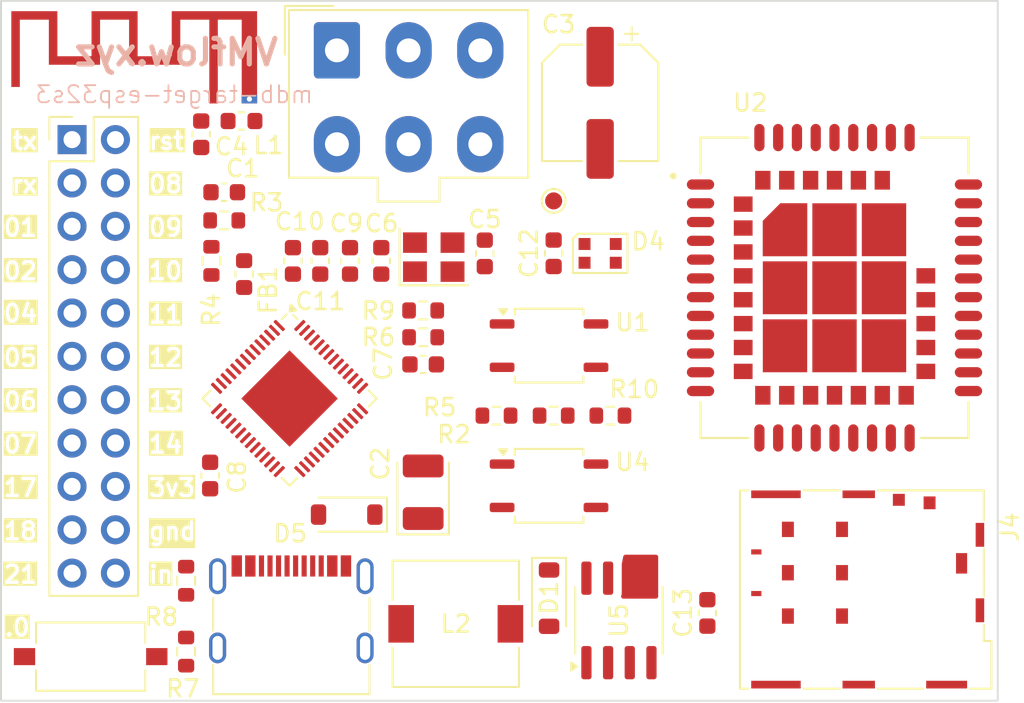
<source format=kicad_pcb>
(kicad_pcb (version 20241229) (generator "pcbnew") (generator_version "9.0")
  (layers (0 "F.Cu" signal) (2 "B.Cu" signal) (13 "F.Paste" user) (15 "B.Paste" user) (5 "F.SilkS" user "F.Silkscreen") (7 "B.SilkS" user "B.Silkscreen") (1 "F.Mask" user) (3 "B.Mask" user) (25 "Edge.Cuts" user))
  (net 0 "")
  (net 1 "Net-(AE1-A)")
  (net 2 "+3V3")
  (net 3 "GND")
  (net 4 "Net-(U3-LNA_IN{slash}RF)")
  (net 5 "Net-(U3-XTAL_N)")
  (net 6 "Net-(U3-XTAL_P)")
  (net 7 "/vin")
  (net 8 "Net-(D5-A)")
  (net 10 "/mdb_master_transmit")
  (net 11 "/mdb_communications_common")
  (net 12 "/mdb_master_receive")
  (net 15 "/usb+")
  (net 16 "/usb-")
  (net 17 "Net-(J2-CC1)")
  (net 18 "Net-(J2-CC2)")
  (net 20 "/io12")
  (net 21 "/io9")
  (net 22 "/io6")
  (net 23 "/io10")
  (net 24 "/io17")
  (net 25 "/u0txd")
  (net 26 "/io21")
  (net 27 "/io11")
  (net 28 "/io5")
  (net 29 "/boot")
  (net 30 "/u0rxd")
  (net 31 "/io8")
  (net 32 "/io14")
  (net 33 "/io18")
  (net 34 "/io4")
  (net 35 "/io7")
  (net 36 "/io13")
  (net 37 "/io1")
  (net 38 "/io2")
  (net 39 "Net-(R2-Pad2)")
  (net 40 "/reset")
  (net 41 "Net-(R5-Pad2)")
  (net 42 "Net-(U3-GPIO45)")
  (net 43 "Net-(U3-GPIO46)")
  (net 67 "VDD3P3")
  (net 68 "Net-(D1-K)")
  (net 72 "/sim_vdd")
  (net 87 "/sim_rst")
  (net 88 "/sim_data")
  (net 91 "VBAT")
  (net 115 "/sim_clk")
  (footprint "Capacitor_Tantalum_SMD:CP_EIA-3528-21_Kemet-B" (layer "F.Cu") (at 193.23 111.88 90)
    (property "Reference" "C2" (at 1.67 -2.51 90) (layer "F.SilkS"))
    (property "Value" "220uF" (hide yes))
    (pad "1" smd roundrect (at -1.54 0 90) (size 1.34 2.39) (layers "F.Cu" "F.Mask" "F.Paste") (roundrect_rratio 0.186567) (net 2 "+3V3"))
    (pad "2" smd roundrect (at 1.54 0 90) (size 1.34 2.39) (layers "F.Cu" "F.Mask" "F.Paste") (roundrect_rratio 0.186567) (net 3 "GND"))
  )
  (footprint "Inductor_SMD:L_7.3x7.3_H3.5" (layer "F.Cu") (at 195.141333 119.59 180)
    (property "Reference" "L2" (at 0 0 0) (layer "F.SilkS"))
    (property "Value" "100uH" (hide yes))
    (pad "1" smd rect (at -3.2 0 180) (size 1.5 2.2) (layers "F.Cu" "F.Mask" "F.Paste") (net 68 "Net-(D1-K)"))
    (pad "2" smd rect (at 3.2 0 180) (size 1.5 2.2) (layers "F.Cu" "F.Mask" "F.Paste") (net 2 "+3V3"))
  )
  (footprint "Resistor_SMD:R_0603_1608Metric" (layer "F.Cu") (at 179.342666 121.215 -90)
    (property "Reference" "R7" (at 2.175 0.193 0) (layer "F.SilkS"))
    (property "Value" "5.1k" (hide yes))
    (pad "1" smd roundrect (at -0.825 0 270) (size 0.8 0.95) (layers "F.Cu" "F.Mask" "F.Paste") (net 18 "Net-(J2-CC2)"))
    (pad "2" smd roundrect (at 0.825 0 270) (size 0.8 0.95) (layers "F.Cu" "F.Mask" "F.Paste") (net 3 "GND"))
  )
  (footprint "Connector_JAE:JAE_SIM_Card_SF72S006" (layer "F.Cu") (at 217.06 116.595 90)
    (property "Reference" "J4" (at 2.667 10.541 90) (layer "F.SilkS"))
    (property "Value" "JAE_SIM_Card_SF72S006" (hide yes))
    (pad "C1" smd rect (at -2.54 -2.46 270) (size 0.9 0.7) (layers "F.Cu" "F.Mask" "F.Paste") (net 72 "/sim_vdd"))
    (pad "C2" smd rect (at 0 -2.46 270) (size 0.9 0.7) (layers "F.Cu" "F.Mask" "F.Paste") (net 87 "/sim_rst"))
    (pad "C3" smd rect (at 2.54 -2.46 270) (size 0.9 0.7) (layers "F.Cu" "F.Mask" "F.Paste") (net 115 "/sim_clk"))
    (pad "C5" smd rect (at -2.54 0.71 270) (size 0.9 0.7) (layers "F.Cu" "F.Mask" "F.Paste") (net 3 "GND"))
    (pad "C6" smd rect (at 0 0.71 270) (size 0.9 0.7) (layers "F.Cu" "F.Mask" "F.Paste"))
    (pad "C7" smd rect (at 2.54 0.71 270) (size 0.9 0.7) (layers "F.Cu" "F.Mask" "F.Paste") (net 88 "/sim_data"))
    (pad "CSW" smd rect (at 4.27 4.04 270) (size 0.7 0.7) (layers "F.Cu" "F.Mask" "F.Paste"))
    (pad "DSW" smd rect (at 0.55 7.715 270) (size 1.2 0.65) (layers "F.Cu" "F.Mask" "F.Paste"))
    (pad "SH" smd rect (at -6.555 -3.16 270) (size 0.45 2.9) (layers "F.Cu" "F.Mask" "F.Paste") (net 3 "GND"))
    (pad "SH" smd rect (at -6.555 1.69 270) (size 0.45 1.9) (layers "F.Cu" "F.Mask" "F.Paste") (net 3 "GND"))
    (pad "SH" smd rect (at -6.555 6.84 270) (size 0.45 2.4) (layers "F.Cu" "F.Mask" "F.Paste") (net 3 "GND"))
    (pad "SH" smd rect (at -2.2 8.79 270) (size 1.4 0.5) (layers "F.Cu" "F.Mask" "F.Paste") (net 3 "GND"))
    (pad "SH" smd rect (at -1.22 -4.31 270) (size 0.3 0.6) (layers "F.Cu" "F.Mask" "F.Paste") (net 3 "GND"))
    (pad "SH" smd rect (at 1.22 -4.31 270) (size 0.3 0.6) (layers "F.Cu" "F.Mask" "F.Paste") (net 3 "GND"))
    (pad "SH" smd rect (at 2.22 8.79 270) (size 1.4 0.5) (layers "F.Cu" "F.Mask" "F.Paste") (net 3 "GND"))
    (pad "SH" smd rect (at 4.095 5.84 270) (size 0.75 0.7) (layers "F.Cu" "F.Mask" "F.Paste") (net 3 "GND"))
    (pad "SH" smd rect (at 4.595 -3.16 270) (size 0.45 2.9) (layers "F.Cu" "F.Mask" "F.Paste") (net 3 "GND"))
    (pad "SH" smd rect (at 4.595 1.69 270) (size 0.45 1.9) (layers "F.Cu" "F.Mask" "F.Paste") (net 3 "GND"))
  )
  (footprint "Connector_USB:USB_C_Receptacle_G-Switch_GT-USB-7010ASV" (layer "F.Cu") (at 185.506999 119.925)
    (property "Reference" "J2" (hide yes))
    (property "Value" "USB_C_Receptacle_USB2.0_16P" (hide yes))
    (pad "" np_thru_hole circle (at -2.89 -2.605) (size 0.65 0.65) (drill 0.65) (layers "*.Cu" "*.Mask"))
    (pad "" np_thru_hole circle (at 2.89 -2.605) (size 0.65 0.65) (drill 0.65) (layers "*.Cu" "*.Mask"))
    (pad "A1" smd rect (at -3.2 -3.725) (size 0.6 1.24) (layers "F.Cu" "F.Mask" "F.Paste") (net 3 "GND"))
    (pad "A4" smd rect (at -2.4 -3.725) (size 0.6 1.24) (layers "F.Cu" "F.Mask" "F.Paste") (net 8 "Net-(D5-A)"))
    (pad "A5" smd rect (at -1.25 -3.725) (size 0.3 1.24) (layers "F.Cu" "F.Mask" "F.Paste") (net 17 "Net-(J2-CC1)"))
    (pad "A6" smd rect (at -0.25 -3.725) (size 0.3 1.24) (layers "F.Cu" "F.Mask" "F.Paste") (net 15 "/usb+"))
    (pad "A7" smd rect (at 0.25 -3.725) (size 0.3 1.24) (layers "F.Cu" "F.Mask" "F.Paste") (net 16 "/usb-"))
    (pad "A8" smd rect (at 1.25 -3.725) (size 0.3 1.24) (layers "F.Cu" "F.Mask" "F.Paste"))
    (pad "A9" smd rect (at 2.4 -3.725) (size 0.6 1.24) (layers "F.Cu" "F.Mask" "F.Paste") (net 8 "Net-(D5-A)"))
    (pad "A12" smd rect (at 3.2 -3.725) (size 0.6 1.24) (layers "F.Cu" "F.Mask" "F.Paste") (net 3 "GND"))
    (pad "B1" smd rect (at 3.2 -3.725) (size 0.6 1.24) (layers "F.Cu" "F.Mask" "F.Paste") (net 3 "GND"))
    (pad "B4" smd rect (at 2.4 -3.725) (size 0.6 1.24) (layers "F.Cu" "F.Mask" "F.Paste") (net 8 "Net-(D5-A)"))
    (pad "B5" smd rect (at 1.75 -3.725) (size 0.3 1.24) (layers "F.Cu" "F.Mask" "F.Paste") (net 18 "Net-(J2-CC2)"))
    (pad "B6" smd rect (at 0.75 -3.725) (size 0.3 1.24) (layers "F.Cu" "F.Mask" "F.Paste") (net 15 "/usb+"))
    (pad "B7" smd rect (at -0.75 -3.725) (size 0.3 1.24) (layers "F.Cu" "F.Mask" "F.Paste") (net 16 "/usb-"))
    (pad "B8" smd rect (at -1.75 -3.725) (size 0.3 1.24) (layers "F.Cu" "F.Mask" "F.Paste"))
    (pad "B9" smd rect (at -2.4 -3.725) (size 0.6 1.24) (layers "F.Cu" "F.Mask" "F.Paste") (net 8 "Net-(D5-A)"))
    (pad "B12" smd rect (at -3.2 -3.725) (size 0.6 1.24) (layers "F.Cu" "F.Mask" "F.Paste") (net 3 "GND"))
    (pad "S1" thru_hole oval (at -4.32 -3.125) (size 1 2.1) (drill oval 0.6 1.7) (layers "*.Cu" "*.Mask") (net 3 "GND"))
    (pad "S1" thru_hole oval (at -4.32 1.075) (size 1 1.8) (drill oval 0.6 1.4) (layers "*.Cu" "*.Mask") (net 3 "GND"))
    (pad "S1" thru_hole oval (at 4.32 -3.125) (size 1 2.1) (drill oval 0.6 1.7) (layers "*.Cu" "*.Mask") (net 3 "GND"))
    (pad "S1" thru_hole oval (at 4.32 1.075) (size 1 1.8) (drill oval 0.6 1.4) (layers "*.Cu" "*.Mask") (net 3 "GND"))
  )
  (footprint "Capacitor_SMD:C_0603_1608Metric" (layer "F.Cu") (at 185.6 98.325 -90)
    (property "Reference" "C10" (at -2.305 -0.4 180) (layer "F.SilkS"))
    (property "Value" "0.1uF" (hide yes))
    (pad "1" smd roundrect (at -0.775 0 270) (size 0.9 0.95) (layers "F.Cu" "F.Mask" "F.Paste") (net 3 "GND"))
    (pad "2" smd roundrect (at 0.775 0 270) (size 0.9 0.95) (layers "F.Cu" "F.Mask" "F.Paste") (net 2 "+3V3"))
  )
  (footprint "Package_DFN_QFN:QFN-56-1EP_7x7mm_P0.4mm_EP4x4mm" (layer "F.Cu") (at 185.402004 106.39 -45)
    (property "Reference" "U3" (hide yes))
    (property "Value" "ESP32-S3FH4R2" (hide yes))
    (pad "1" smd roundrect (at -3.45 -2.6 315) (size 0.8 0.2) (layers "F.Cu" "F.Mask" "F.Paste") (net 4 "Net-(U3-LNA_IN{slash}RF)"))
    (pad "2" smd roundrect (at -3.449999 -2.2 315) (size 0.8 0.2) (layers "F.Cu" "F.Mask" "F.Paste") (net 67 "VDD3P3"))
    (pad "3" smd roundrect (at -3.45 -1.8 315) (size 0.8 0.2) (layers "F.Cu" "F.Mask" "F.Paste") (net 67 "VDD3P3"))
    (pad "4" smd roundrect (at -3.45 -1.4 315) (size 0.8 0.2) (layers "F.Cu" "F.Mask" "F.Paste") (net 40 "/reset"))
    (pad "5" smd roundrect (at -3.45 -1 315) (size 0.8 0.2) (layers "F.Cu" "F.Mask" "F.Paste") (net 29 "/boot"))
    (pad "6" smd roundrect (at -3.449999 -0.6 315) (size 0.8 0.2) (layers "F.Cu" "F.Mask" "F.Paste") (net 37 "/io1"))
    (pad "7" smd roundrect (at -3.45 -0.2 315) (size 0.8 0.2) (layers "F.Cu" "F.Mask" "F.Paste") (net 38 "/io2"))
    (pad "8" smd roundrect (at -3.45 0.2 315) (size 0.8 0.2) (layers "F.Cu" "F.Mask" "F.Paste"))
    (pad "9" smd roundrect (at -3.449999 0.6 315) (size 0.8 0.2) (layers "F.Cu" "F.Mask" "F.Paste") (net 34 "/io4"))
    (pad "10" smd roundrect (at -3.45 1 315) (size 0.8 0.2) (layers "F.Cu" "F.Mask" "F.Paste") (net 28 "/io5"))
    (pad "11" smd roundrect (at -3.45 1.4 315) (size 0.8 0.2) (layers "F.Cu" "F.Mask" "F.Paste") (net 22 "/io6"))
    (pad "12" smd roundrect (at -3.45 1.8 315) (size 0.8 0.2) (layers "F.Cu" "F.Mask" "F.Paste") (net 35 "/io7"))
    (pad "13" smd roundrect (at -3.449999 2.2 315) (size 0.8 0.2) (layers "F.Cu" "F.Mask" "F.Paste") (net 31 "/io8"))
    (pad "14" smd roundrect (at -3.45 2.6 315) (size 0.8 0.2) (layers "F.Cu" "F.Mask" "F.Paste") (net 21 "/io9"))
    (pad "15" smd roundrect (at -2.6 3.45 315) (size 0.2 0.8) (layers "F.Cu" "F.Mask" "F.Paste") (net 23 "/io10"))
    (pad "16" smd roundrect (at -2.2 3.449999 315) (size 0.2 0.8) (layers "F.Cu" "F.Mask" "F.Paste") (net 27 "/io11"))
    (pad "17" smd roundrect (at -1.8 3.45 315) (size 0.2 0.8) (layers "F.Cu" "F.Mask" "F.Paste") (net 20 "/io12"))
    (pad "18" smd roundrect (at -1.4 3.45 315) (size 0.2 0.8) (layers "F.Cu" "F.Mask" "F.Paste") (net 36 "/io13"))
    (pad "19" smd roundrect (at -1 3.45 315) (size 0.2 0.8) (layers "F.Cu" "F.Mask" "F.Paste") (net 32 "/io14"))
    (pad "20" smd roundrect (at -0.6 3.449999 315) (size 0.2 0.8) (layers "F.Cu" "F.Mask" "F.Paste") (net 2 "+3V3"))
    (pad "21" smd roundrect (at -0.2 3.45 315) (size 0.2 0.8) (layers "F.Cu" "F.Mask" "F.Paste"))
    (pad "22" smd roundrect (at 0.2 3.45 315) (size 0.2 0.8) (layers "F.Cu" "F.Mask" "F.Paste"))
    (pad "23" smd roundrect (at 0.6 3.449999 315) (size 0.2 0.8) (layers "F.Cu" "F.Mask" "F.Paste") (net 24 "/io17"))
    (pad "24" smd roundrect (at 1 3.45 315) (size 0.2 0.8) (layers "F.Cu" "F.Mask" "F.Paste") (net 33 "/io18"))
    (pad "25" smd roundrect (at 1.4 3.45 315) (size 0.2 0.8) (layers "F.Cu" "F.Mask" "F.Paste") (net 16 "/usb-"))
    (pad "26" smd roundrect (at 1.8 3.45 315) (size 0.2 0.8) (layers "F.Cu" "F.Mask" "F.Paste") (net 15 "/usb+"))
    (pad "27" smd roundrect (at 2.2 3.449999 315) (size 0.2 0.8) (layers "F.Cu" "F.Mask" "F.Paste") (net 26 "/io21"))
    (pad "28" smd roundrect (at 2.6 3.45 315) (size 0.2 0.8) (layers "F.Cu" "F.Mask" "F.Paste"))
    (pad "29" smd roundrect (at 3.45 2.6 315) (size 0.8 0.2) (layers "F.Cu" "F.Mask" "F.Paste"))
    (pad "30" smd roundrect (at 3.449999 2.2 315) (size 0.8 0.2) (layers "F.Cu" "F.Mask" "F.Paste"))
    (pad "31" smd roundrect (at 3.45 1.8 315) (size 0.8 0.2) (layers "F.Cu" "F.Mask" "F.Paste"))
    (pad "32" smd roundrect (at 3.45 1.4 315) (size 0.8 0.2) (layers "F.Cu" "F.Mask" "F.Paste"))
    (pad "33" smd roundrect (at 3.45 1 315) (size 0.8 0.2) (layers "F.Cu" "F.Mask" "F.Paste"))
    (pad "34" smd roundrect (at 3.449999 0.6 315) (size 0.8 0.2) (layers "F.Cu" "F.Mask" "F.Paste"))
    (pad "35" smd roundrect (at 3.45 0.2 315) (size 0.8 0.2) (layers "F.Cu" "F.Mask" "F.Paste"))
    (pad "36" smd roundrect (at 3.45 -0.2 315) (size 0.8 0.2) (layers "F.Cu" "F.Mask" "F.Paste"))
    (pad "37" smd roundrect (at 3.449999 -0.6 315) (size 0.8 0.2) (layers "F.Cu" "F.Mask" "F.Paste"))
    (pad "38" smd roundrect (at 3.45 -1 315) (size 0.8 0.2) (layers "F.Cu" "F.Mask" "F.Paste"))
    (pad "39" smd roundrect (at 3.45 -1.4 315) (size 0.8 0.2) (layers "F.Cu" "F.Mask" "F.Paste"))
    (pad "40" smd roundrect (at 3.45 -1.8 315) (size 0.8 0.2) (layers "F.Cu" "F.Mask" "F.Paste"))
    (pad "41" smd roundrect (at 3.449999 -2.2 315) (size 0.8 0.2) (layers "F.Cu" "F.Mask" "F.Paste"))
    (pad "42" smd roundrect (at 3.45 -2.6 315) (size 0.8 0.2) (layers "F.Cu" "F.Mask" "F.Paste"))
    (pad "43" smd roundrect (at 2.6 -3.45 315) (size 0.2 0.8) (layers "F.Cu" "F.Mask" "F.Paste"))
    (pad "44" smd roundrect (at 2.2 -3.449999 315) (size 0.2 0.8) (layers "F.Cu" "F.Mask" "F.Paste"))
    (pad "45" smd roundrect (at 1.8 -3.45 315) (size 0.2 0.8) (layers "F.Cu" "F.Mask" "F.Paste"))
    (pad "46" smd roundrect (at 1.4 -3.45 315) (size 0.2 0.8) (layers "F.Cu" "F.Mask" "F.Paste") (net 2 "+3V3"))
    (pad "47" smd roundrect (at 1 -3.45 315) (size 0.2 0.8) (layers "F.Cu" "F.Mask" "F.Paste"))
    (pad "48" smd roundrect (at 0.6 -3.449999 315) (size 0.2 0.8) (layers "F.Cu" "F.Mask" "F.Paste"))
    (pad "49" smd roundrect (at 0.2 -3.45 315) (size 0.2 0.8) (layers "F.Cu" "F.Mask" "F.Paste") (net 25 "/u0txd"))
    (pad "50" smd roundrect (at -0.2 -3.45 315) (size 0.2 0.8) (layers "F.Cu" "F.Mask" "F.Paste") (net 30 "/u0rxd"))
    (pad "51" smd roundrect (at -0.6 -3.449999 315) (size 0.2 0.8) (layers "F.Cu" "F.Mask" "F.Paste") (net 42 "Net-(U3-GPIO45)"))
    (pad "52" smd roundrect (at -1 -3.45 315) (size 0.2 0.8) (layers "F.Cu" "F.Mask" "F.Paste") (net 43 "Net-(U3-GPIO46)"))
    (pad "53" smd roundrect (at -1.4 -3.45 315) (size 0.2 0.8) (layers "F.Cu" "F.Mask" "F.Paste") (net 5 "Net-(U3-XTAL_N)"))
    (pad "54" smd roundrect (at -1.8 -3.45 315) (size 0.2 0.8) (layers "F.Cu" "F.Mask" "F.Paste") (net 6 "Net-(U3-XTAL_P)"))
    (pad "55" smd roundrect (at -2.2 -3.449999 315) (size 0.2 0.8) (layers "F.Cu" "F.Mask" "F.Paste") (net 2 "+3V3"))
    (pad "56" smd roundrect (at -2.6 -3.45 315) (size 0.2 0.8) (layers "F.Cu" "F.Mask" "F.Paste") (net 2 "+3V3"))
    (pad "57" smd rect (at 0 0 315) (size 4 4) (property pad_prop_heatsink) (layers "F.Cu" "F.Mask") (net 3 "GND"))
  )
  (footprint "SIM7080G:XCVR_SIM7080G" (layer "F.Cu") (at 217.33 99.9)
    (property "Reference" "U2" (at -4.935 -10.84 0) (layer "F.SilkS"))
    (property "Value" "SIM7080G")
    (pad "1" smd oval (at -7.85 -6.05) (size 1.6 0.6) (layers "F.Cu" "F.Mask"))
    (pad "2" smd oval (at -7.85 -4.95) (size 1.6 0.6) (layers "F.Cu" "F.Mask"))
    (pad "3" smd oval (at -7.85 -3.85) (size 1.6 0.6) (layers "F.Cu" "F.Mask"))
    (pad "4" smd oval (at -7.85 -2.75) (size 1.6 0.6) (layers "F.Cu" "F.Mask"))
    (pad "5" smd oval (at -7.85 -1.65) (size 1.6 0.6) (layers "F.Cu" "F.Mask"))
    (pad "6" smd oval (at -7.85 -0.55) (size 1.6 0.6) (layers "F.Cu" "F.Mask"))
    (pad "7" smd oval (at -7.85 0.55) (size 1.6 0.6) (layers "F.Cu" "F.Mask"))
    (pad "8" smd oval (at -7.85 1.65) (size 1.6 0.6) (layers "F.Cu" "F.Mask") (net 3 "GND"))
    (pad "9" smd oval (at -7.85 2.75) (size 1.6 0.6) (layers "F.Cu" "F.Mask"))
    (pad "10" smd oval (at -7.85 3.85) (size 1.6 0.6) (layers "F.Cu" "F.Mask"))
    (pad "11" smd oval (at -7.85 4.95) (size 1.6 0.6) (layers "F.Cu" "F.Mask"))
    (pad "12" smd oval (at -7.85 6.05) (size 1.6 0.6) (layers "F.Cu" "F.Mask"))
    (pad "13" smd oval (at -4.4 8.8) (size 0.6 1.6) (layers "F.Cu" "F.Mask") (net 3 "GND"))
    (pad "14" smd oval (at -3.3 8.8) (size 0.6 1.6) (layers "F.Cu" "F.Mask"))
    (pad "15" smd oval (at -2.2 8.8) (size 0.6 1.6) (layers "F.Cu" "F.Mask") (net 88 "/sim_data"))
    (pad "16" smd oval (at -1.1 8.8) (size 0.6 1.6) (layers "F.Cu" "F.Mask") (net 115 "/sim_clk"))
    (pad "17" smd oval (at 0 8.8) (size 0.6 1.6) (layers "F.Cu" "F.Mask") (net 87 "/sim_rst"))
    (pad "18" smd oval (at 1.1 8.8) (size 0.6 1.6) (layers "F.Cu" "F.Mask") (net 72 "/sim_vdd"))
    (pad "19" smd oval (at 2.2 8.8) (size 0.6 1.6) (layers "F.Cu" "F.Mask") (net 3 "GND"))
    (pad "20" smd oval (at 3.3 8.8) (size 0.6 1.6) (layers "F.Cu" "F.Mask"))
    (pad "21" smd oval (at 4.4 8.8) (size 0.6 1.6) (layers "F.Cu" "F.Mask") (net 3 "GND"))
    (pad "22" smd oval (at 7.85 6.05) (size 1.6 0.6) (layers "F.Cu" "F.Mask"))
    (pad "23" smd oval (at 7.85 4.95) (size 1.6 0.6) (layers "F.Cu" "F.Mask"))
    (pad "24" smd oval (at 7.85 3.85) (size 1.6 0.6) (layers "F.Cu" "F.Mask"))
    (pad "25" smd oval (at 7.85 2.75) (size 1.6 0.6) (layers "F.Cu" "F.Mask"))
    (pad "26" smd oval (at 7.85 1.65) (size 1.6 0.6) (layers "F.Cu" "F.Mask"))
    (pad "27" smd oval (at 7.85 0.55) (size 1.6 0.6) (layers "F.Cu" "F.Mask") (net 3 "GND"))
    (pad "28" smd oval (at 7.85 -0.55) (size 1.6 0.6) (layers "F.Cu" "F.Mask"))
    (pad "29" smd oval (at 7.85 -1.65) (size 1.6 0.6) (layers "F.Cu" "F.Mask"))
    (pad "30" smd oval (at 7.85 -2.75) (size 1.6 0.6) (layers "F.Cu" "F.Mask") (net 3 "GND"))
    (pad "31" smd oval (at 7.85 -3.85) (size 1.6 0.6) (layers "F.Cu" "F.Mask") (net 3 "GND"))
    (pad "32" smd oval (at 7.85 -4.95) (size 1.6 0.6) (layers "F.Cu" "F.Mask"))
    (pad "33" smd oval (at 7.85 -6.05) (size 1.6 0.6) (layers "F.Cu" "F.Mask") (net 3 "GND"))
    (pad "34" smd oval (at 4.4 -8.8) (size 0.6 1.6) (layers "F.Cu" "F.Mask") (net 91 "VBAT"))
    (pad "35" smd oval (at 3.3 -8.8) (size 0.6 1.6) (layers "F.Cu" "F.Mask") (net 91 "VBAT"))
    (pad "36" smd oval (at 2.2 -8.8) (size 0.6 1.6) (layers "F.Cu" "F.Mask") (net 3 "GND"))
    (pad "37" smd oval (at 1.1 -8.8) (size 0.6 1.6) (layers "F.Cu" "F.Mask") (net 3 "GND"))
    (pad "38" smd oval (at 0 -8.8) (size 0.6 1.6) (layers "F.Cu" "F.Mask"))
    (pad "39" smd oval (at -1.1 -8.8) (size 0.6 1.6) (layers "F.Cu" "F.Mask"))
    (pad "40" smd oval (at -2.2 -8.8) (size 0.6 1.6) (layers "F.Cu" "F.Mask"))
    (pad "41" smd oval (at -3.3 -8.8) (size 0.6 1.6) (layers "F.Cu" "F.Mask"))
    (pad "42" smd oval (at -4.4 -8.8) (size 0.6 1.6) (layers "F.Cu" "F.Mask"))
    (pad "43" smd rect (at -5.35 -4.9) (size 1.1 0.9) (layers "F.Cu" "F.Mask"))
    (pad "44" smd rect (at -5.35 -3.5) (size 1.1 0.9) (layers "F.Cu" "F.Mask"))
    (pad "45" smd rect (at -5.35 -2.1) (size 1.1 0.9) (layers "F.Cu" "F.Mask") (net 3 "GND"))
    (pad "46" smd rect (at -5.35 -0.7) (size 1.1 0.9) (layers "F.Cu" "F.Mask"))
    (pad "47" smd rect (at -5.35 0.7) (size 1.1 0.9) (layers "F.Cu" "F.Mask"))
    (pad "48" smd rect (at -5.35 2.1) (size 1.1 0.9) (layers "F.Cu" "F.Mask"))
    (pad "49" smd rect (at -5.35 3.5) (size 1.1 0.9) (layers "F.Cu" "F.Mask"))
    (pad "50" smd rect (at -5.35 4.9) (size 1.1 0.9) (layers "F.Cu" "F.Mask"))
    (pad "51" smd rect (at -4.2 6.3) (size 0.9 1.1) (layers "F.Cu" "F.Mask"))
    (pad "52" smd rect (at -2.8 6.3) (size 0.9 1.1) (layers "F.Cu" "F.Mask"))
    (pad "53" smd rect (at -1.4 6.3) (size 0.9 1.1) (layers "F.Cu" "F.Mask"))
    (pad "54" smd rect (at 0 6.3) (size 0.9 1.1) (layers "F.Cu" "F.Mask"))
    (pad "55" smd rect (at 1.4 6.3) (size 0.9 1.1) (layers "F.Cu" "F.Mask"))
    (pad "56" smd rect (at 2.8 6.3) (size 0.9 1.1) (layers "F.Cu" "F.Mask"))
    (pad "57" smd rect (at 4.2 6.3) (size 0.9 1.1) (layers "F.Cu" "F.Mask"))
    (pad "58" smd rect (at 5.35 4.9) (size 1.1 0.9) (layers "F.Cu" "F.Mask"))
    (pad "59" smd rect (at 5.35 3.5) (size 1.1 0.9) (layers "F.Cu" "F.Mask"))
    (pad "60" smd rect (at 5.35 2.1) (size 1.1 0.9) (layers "F.Cu" "F.Mask"))
    (pad "61" smd rect (at 5.35 0.7) (size 1.1 0.9) (layers "F.Cu" "F.Mask"))
    (pad "62" smd rect (at 5.35 -0.7) (size 1.1 0.9) (layers "F.Cu" "F.Mask"))
    (pad "63" smd rect (at 2.8 -6.3) (size 0.9 1.1) (layers "F.Cu" "F.Mask") (net 3 "GND"))
    (pad "64" smd rect (at 1.4 -6.3) (size 0.9 1.1) (layers "F.Cu" "F.Mask"))
    (pad "65" smd rect (at 0 -6.3) (size 0.9 1.1) (layers "F.Cu" "F.Mask"))
    (pad "66" smd rect (at -1.4 -6.3) (size 0.9 1.1) (layers "F.Cu" "F.Mask") (net 3 "GND"))
    (pad "67" smd rect (at -2.8 -6.3) (size 0.9 1.1) (layers "F.Cu" "F.Mask") (net 3 "GND"))
    (pad "68" smd rect (at -4.2 -6.3) (size 0.9 1.1) (layers "F.Cu" "F.Mask"))
    (pad "69" smd custom (at -2.9 -3.4) (size 1 1) (layers "F.Cu") (net 3 "GND") (options (clearance outline) (anchor rect)) (primitives (gr_poly (pts (xy 1.3 1.55) (xy -1.3 1.55) (xy -1.3 -0.52) (xy -0.27 -1.55) (xy 1.3 -1.55)) (width 0.01) (fill yes))))
    (pad "70" smd rect (at -2.9 0) (size 2.6 3.1) (layers "F.Cu" "F.Mask") (net 3 "GND"))
    (pad "71" smd rect (at -2.9 3.4) (size 2.6 3.1) (layers "F.Cu" "F.Mask") (net 3 "GND"))
    (pad "72" smd rect (at 0 3.4) (size 2.6 3.1) (layers "F.Cu" "F.Mask") (net 3 "GND"))
    (pad "73" smd rect (at 2.9 3.4) (size 2.6 3.1) (layers "F.Cu" "F.Mask") (net 3 "GND"))
    (pad "74" smd rect (at 2.9 0) (size 2.6 3.1) (layers "F.Cu" "F.Mask") (net 3 "GND"))
    (pad "75" smd rect (at 2.9 -3.4) (size 2.6 3.1) (layers "F.Cu" "F.Mask") (net 3 "GND"))
    (pad "76" smd rect (at 0 -3.4) (size 2.6 3.1) (layers "F.Cu" "F.Mask") (net 3 "GND"))
    (pad "77" smd rect (at 0 0) (size 2.6 3.1) (layers "F.Cu" "F.Mask") (net 3 "GND"))
    (zone (net 0) (net_name "") (layer "F.Cu") (connect_pads (clearance 0)) (min_thickness 0.01)
      (keepout (tracks not_allowed) (vias not_allowed) (pads not_allowed) (copperpour not_allowed) (footprints allowed))
      (fill (thermal_gap 0.508) (thermal_bridge_width 0.508))
      (polygon (pts (xy 221.98 92.3) (xy 224.13 92.3) (xy 224.13 97.6) (xy 221.98 97.6)))
    )
  )
  (footprint "Capacitor_SMD:C_0603_1608Metric" (layer "F.Cu") (at 180.75 110.9 90)
    (property "Reference" "C8" (at -0.09 1.575 90) (layer "F.SilkS"))
    (property "Value" "0.1uF" (hide yes))
    (pad "1" smd roundrect (at -0.775 0 90) (size 0.9 0.95) (layers "F.Cu" "F.Mask" "F.Paste") (net 3 "GND"))
    (pad "2" smd roundrect (at 0.775 0 90) (size 0.9 0.95) (layers "F.Cu" "F.Mask" "F.Paste") (net 2 "+3V3"))
  )
  (footprint "Resistor_SMD:R_0603_1608Metric" (layer "F.Cu") (at 197.525 107.39)
    (property "Reference" "R5" (at -3.33 -0.48 0) (layer "F.SilkS"))
    (property "Value" "470ohm" (hide yes))
    (pad "1" smd roundrect (at -0.825 0) (size 0.8 0.95) (layers "F.Cu" "F.Mask" "F.Paste") (net 2 "+3V3"))
    (pad "2" smd roundrect (at 0.825 0) (size 0.8 0.95) (layers "F.Cu" "F.Mask" "F.Paste") (net 41 "Net-(R5-Pad2)"))
  )
  (footprint "Capacitor_SMD:C_0603_1608Metric" (layer "F.Cu") (at 187.2 98.325 -90)
    (property "Reference" "C11" (at 2.365 0 180) (layer "F.SilkS"))
    (property "Value" "10uF" (hide yes))
    (pad "1" smd roundrect (at -0.775 0 270) (size 0.9 0.95) (layers "F.Cu" "F.Mask" "F.Paste") (net 3 "GND"))
    (pad "2" smd roundrect (at 0.775 0 270) (size 0.9 0.95) (layers "F.Cu" "F.Mask" "F.Paste") (net 2 "+3V3"))
  )
  (footprint "Capacitor_SMD:C_0603_1608Metric" (layer "F.Cu") (at 193.23 104.39 180)
    (property "Reference" "C7" (at 2.35 0.02 90) (layer "F.SilkS"))
    (property "Value" "0.1uF" (hide yes))
    (pad "1" smd roundrect (at -0.775 0 180) (size 0.9 0.95) (layers "F.Cu" "F.Mask" "F.Paste") (net 3 "GND"))
    (pad "2" smd roundrect (at 0.775 0 180) (size 0.9 0.95) (layers "F.Cu" "F.Mask" "F.Paste") (net 2 "+3V3"))
  )
  (footprint "Capacitor_SMD:C_0603_1608Metric" (layer "F.Cu") (at 188.944375 98.325 -90)
    (property "Reference" "C9" (at -2.205 0.214375 180) (layer "F.SilkS"))
    (property "Value" "1uF" (hide yes))
    (pad "1" smd roundrect (at -0.775 0 270) (size 0.9 0.95) (layers "F.Cu" "F.Mask" "F.Paste") (net 3 "GND"))
    (pad "2" smd roundrect (at 0.775 0 270) (size 0.9 0.95) (layers "F.Cu" "F.Mask" "F.Paste") (net 2 "+3V3"))
  )
  (footprint "Resistor_SMD:R_0603_1608Metric" (layer "F.Cu") (at 181.575 95.9525 180)
    (property "Reference" "R3" (at -2.475 1.0425 0) (layer "F.SilkS"))
    (property "Value" "10k" (hide yes))
    (pad "1" smd roundrect (at -0.825 0 180) (size 0.8 0.95) (layers "F.Cu" "F.Mask" "F.Paste") (net 2 "+3V3"))
    (pad "2" smd roundrect (at 0.825 0 180) (size 0.8 0.95) (layers "F.Cu" "F.Mask" "F.Paste") (net 40 "/reset"))
  )
  (footprint "Capacitor_SMD:C_0603_1608Metric" (layer "F.Cu") (at 180.225 90.905 -90)
    (property "Reference" "C4" (at 0.725 -1.775 180) (layer "F.SilkS"))
    (property "Value" "1.8pf" (hide yes))
    (pad "1" smd roundrect (at -0.775 0 270) (size 0.9 0.95) (layers "F.Cu" "F.Mask" "F.Paste") (net 1 "Net-(AE1-A)"))
    (pad "2" smd roundrect (at 0.775 0 270) (size 0.9 0.95) (layers "F.Cu" "F.Mask" "F.Paste") (net 4 "Net-(U3-LNA_IN{slash}RF)"))
  )
  (footprint "Button_Switch_SMD:SW_Tactile_SPST_NO_Straight_CK_PTS636Sx25SMTRLFS" (layer "F.Cu") (at 173.748332 121.51)
    (property "Reference" "SW1" (hide yes))
    (property "Value" "SW_Push" (hide yes))
    (pad "1" smd rect (at -3.875 0) (size 1.25 1) (layers "F.Cu" "F.Mask" "F.Paste") (net 29 "/boot"))
    (pad "2" smd rect (at 3.875 0) (size 1.25 1) (layers "F.Cu" "F.Mask" "F.Paste") (net 3 "GND"))
  )
  (footprint "RF_Antenna:Texas_SWRA117D_2.4GHz_Left" (layer "F.Cu") (at 180.95 88.845)
    (property "Reference" "AE1" (hide yes))
    (property "Value" "Antenna" (hide yes))
    (fp_poly (pts (xy -2.45 -2.51) (xy -4.45 -2.51) (xy -4.45 -5.15) (xy -7.15 -5.15) (xy -7.15 -2.51) (xy -9.15 -2.51) (xy -9.15 -5.15) (xy -11.85 -5.15) (xy -11.85 -0.71) (xy -11.35 -0.71) (xy -11.35 -4.65) (xy -9.65 -4.65) (xy -9.65 -2.01) (xy -6.65 -2.01) (xy -6.65 -4.65) (xy -4.95 -4.65) (xy -4.95 -2.01) (xy -1.95 -2.01) (xy -1.95 -4.65) (xy -0.25 -4.65) (xy -0.25 0.25) (xy 0.25 0.25) (xy 0.25 -4.65) (xy 1.65 -4.65) (xy 1.65 0.25) (xy 2.55 0.25) (xy 2.55 0.006785) (xy 2.247583 0.006785) (xy 2.237742 0.054395) (xy 2.213674 0.096797) (xy 2.175731 0.129581) (xy 2.167819 0.133935) (xy 2.125156 0.146043) (xy 2.076637 0.1453) (xy 2.031122 0.1324) (xy 2.012511 0.121787) (xy 1.978868 0.086553) (xy 1.958309 0.041368) (xy 1.951778 -0.008158) (xy 1.960218 -0.056417) (xy 1.977112 -0.088643) (xy 2.012372 -0.121313) (xy 2.057682 -0.141408) (xy 2.107267 -0.147982) (xy 2.155353 -0.140092) (xy 2.188245 -0.123186) (xy 2.223185 -0.086416) (xy 2.242847 -0.041622) (xy 2.247583 0.006785) (xy 2.55 0.006785) (xy 2.55 -5.15) (xy -2.45 -5.15) (xy -2.45 -2.51)) (fill yes) (layer "F.Cu"))
    (pad "1" connect rect (at 0 0) (size 0.5 0.5) (layers "F.Cu") (net 1 "Net-(AE1-A)"))
    (pad "2" thru_hole rect (at 2.1 0) (size 0.9 0.5) (drill 0.3) (layers "*.Cu"))
  )
  (footprint "Capacitor_SMD:C_0603_1608Metric" (layer "F.Cu") (at 200.875 97.88 90)
    (property "Reference" "C12" (at 0 -1.45 90) (layer "F.SilkS"))
    (property "Value" "0.1uF" (hide yes))
    (pad "1" smd roundrect (at -0.775 0 90) (size 0.9 0.95) (layers "F.Cu" "F.Mask" "F.Paste") (net 3 "GND"))
    (pad "2" smd roundrect (at 0.775 0 90) (size 0.9 0.95) (layers "F.Cu" "F.Mask" "F.Paste") (net 2 "+3V3"))
  )
  (footprint "TestPoint:TestPoint_Pad_D1.0mm" (layer "F.Cu") (at 200.875 94.81)
    (property "Reference" "TP4" (hide yes))
    (property "Value" "TestPoint" (hide yes))
    (pad "1" smd circle (at 0 0) (size 1 1) (layers "F.Cu" "F.Mask") (net 2 "+3V3"))
  )
  (footprint "Package_SO:SOIC-8_3.9x4.9mm_P1.27mm" (layer "F.Cu") (at 204.7 119.39 90)
    (property "Reference" "U5" (at 0 0 90) (layer "F.SilkS"))
    (property "Value" "LM2594HVM-3.3" (hide yes))
    (pad "1" smd roundrect (at -2.475 -1.905 90) (size 1.95 0.6) (layers "F.Cu" "F.Mask" "F.Paste"))
    (pad "2" smd roundrect (at -2.475 -0.635 90) (size 1.95 0.6) (layers "F.Cu" "F.Mask" "F.Paste"))
    (pad "3" smd roundrect (at -2.475 0.635 90) (size 1.95 0.6) (layers "F.Cu" "F.Mask" "F.Paste"))
    (pad "4" smd roundrect (at -2.475 1.905 90) (size 1.95 0.6) (layers "F.Cu" "F.Mask" "F.Paste") (net 2 "+3V3"))
    (pad "5" smd roundrect (at 2.475 1.905 90) (size 1.95 0.6) (layers "F.Cu" "F.Mask" "F.Paste") (net 3 "GND"))
    (pad "6" smd roundrect (at 2.475 0.635 90) (size 1.95 0.6) (layers "F.Cu" "F.Mask" "F.Paste") (net 3 "GND"))
    (pad "7" smd roundrect (at 2.475 -0.635 90) (size 1.95 0.6) (layers "F.Cu" "F.Mask" "F.Paste") (net 7 "/vin"))
    (pad "8" smd roundrect (at 2.475 -1.905 90) (size 1.95 0.6) (layers "F.Cu" "F.Mask" "F.Paste") (net 68 "Net-(D1-K)"))
  )
  (footprint "Diode_SMD:D_SOD-123" (layer "F.Cu") (at 188.75 113.19 180)
    (property "Reference" "D5" (at 3.31 -1.11 0) (layer "F.SilkS"))
    (property "Value" "D_Schottky" (hide yes))
    (pad "1" smd roundrect (at -1.65 0 180) (size 0.9 1.2) (layers "F.Cu" "F.Mask" "F.Paste") (net 7 "/vin"))
    (pad "2" smd roundrect (at 1.65 0 180) (size 0.9 1.2) (layers "F.Cu" "F.Mask" "F.Paste") (net 8 "Net-(D5-A)"))
  )
  (footprint "Resistor_SMD:R_0603_1608Metric" (layer "F.Cu") (at 200.875 107.39 180)
    (property "Reference" "R2" (at 5.84 -1.1 0) (layer "F.SilkS"))
    (property "Value" "470ohm" (hide yes))
    (pad "1" smd roundrect (at -0.825 0 180) (size 0.8 0.95) (layers "F.Cu" "F.Mask" "F.Paste") (net 10 "/mdb_master_transmit"))
    (pad "2" smd roundrect (at 0.825 0 180) (size 0.8 0.95) (layers "F.Cu" "F.Mask" "F.Paste") (net 39 "Net-(R2-Pad2)"))
  )
  (footprint "LED_SMD:LED_WS2812B-2020_PLCC4_2.0x2.0mm" (layer "F.Cu") (at 203.6 97.885)
    (property "Reference" "D4" (at 2.815 -0.69 0) (layer "F.SilkS"))
    (property "Value" "XL-2121RGBC-2812B" (hide yes))
    (pad "1" smd rect (at -0.915 -0.55) (size 0.7 0.7) (layers "F.Cu" "F.Mask" "F.Paste"))
    (pad "2" smd rect (at -0.915 0.55) (size 0.7 0.7) (layers "F.Cu" "F.Mask" "F.Paste") (net 3 "GND"))
    (pad "3" smd rect (at 0.915 0.55) (size 0.7 0.7) (layers "F.Cu" "F.Mask" "F.Paste") (net 26 "/io21"))
    (pad "4" smd rect (at 0.915 -0.55) (size 0.7 0.7) (layers "F.Cu" "F.Mask" "F.Paste") (net 2 "+3V3"))
  )
  (footprint "Diode_SMD:D_SOD-123" (layer "F.Cu") (at 200.605666 118.085 -90)
    (property "Reference" "D1" (at -0.0225 0 90) (layer "F.SilkS"))
    (property "Value" "D_Schottky" (hide yes))
    (pad "1" smd roundrect (at -1.65 0 270) (size 0.9 1.2) (layers "F.Cu" "F.Mask" "F.Paste") (net 68 "Net-(D1-K)"))
    (pad "2" smd roundrect (at 1.65 0 270) (size 0.9 1.2) (layers "F.Cu" "F.Mask" "F.Paste") (net 3 "GND"))
  )
  (footprint "Capacitor_SMD:C_0603_1608Metric" (layer "F.Cu") (at 209.88 118.95 90)
    (property "Reference" "C13" (at 0 -1.43 90) (layer "F.SilkS"))
    (property "Value" "0.1uF" (hide yes))
    (pad "1" smd roundrect (at -0.775 0 90) (size 0.9 0.95) (layers "F.Cu" "F.Mask" "F.Paste") (net 72 "/sim_vdd"))
    (pad "2" smd roundrect (at 0.775 0 90) (size 0.9 0.95) (layers "F.Cu" "F.Mask" "F.Paste") (net 3 "GND"))
  )
  (footprint "Capacitor_SMD:C_0603_1608Metric" (layer "F.Cu") (at 181.575 94.3025)
    (property "Reference" "C1" (at 1.08 -1.3925 0) (layer "F.SilkS"))
    (property "Value" "1uF" (hide yes))
    (pad "1" smd roundrect (at -0.775 0) (size 0.9 0.95) (layers "F.Cu" "F.Mask" "F.Paste") (net 40 "/reset"))
    (pad "2" smd roundrect (at 0.775 0) (size 0.9 0.95) (layers "F.Cu" "F.Mask" "F.Paste") (net 3 "GND"))
  )
  (footprint "Inductor_SMD:L_0603_1608Metric" (layer "F.Cu") (at 182.5875 90.13)
    (property "Reference" "L1" (at 1.5825 1.42 0) (layer "F.SilkS"))
    (property "Value" "2.4nh" (hide yes))
    (pad "1" smd roundrect (at -0.7875 0) (size 0.875 0.95) (layers "F.Cu" "F.Mask" "F.Paste") (net 1 "Net-(AE1-A)"))
    (pad "2" smd roundrect (at 0.7875 0) (size 0.875 0.95) (layers "F.Cu" "F.Mask" "F.Paste") (net 3 "GND"))
  )
  (footprint "Resistor_SMD:R_0603_1608Metric" (layer "F.Cu") (at 204.2 107.39)
    (property "Reference" "R10" (at 1.4 -1.55 0) (layer "F.SilkS"))
    (property "Value" "1k" (hide yes))
    (pad "1" smd roundrect (at -0.825 0) (size 0.8 0.95) (layers "F.Cu" "F.Mask" "F.Paste") (net 2 "+3V3"))
    (pad "2" smd roundrect (at 0.825 0) (size 0.8 0.95) (layers "F.Cu" "F.Mask" "F.Paste") (net 34 "/io4"))
  )
  (footprint "Inductor_SMD:L_0603_1608Metric" (layer "F.Cu") (at 182.74 99.0975 90)
    (property "Reference" "FB1" (at -0.9425 1.4 270) (layer "F.SilkS"))
    (property "Value" "FerriteBead_Small" (hide yes))
    (pad "1" smd roundrect (at -0.7875 0 90) (size 0.875 0.95) (layers "F.Cu" "F.Mask" "F.Paste") (net 67 "VDD3P3"))
    (pad "2" smd roundrect (at 0.7875 0 90) (size 0.875 0.95) (layers "F.Cu" "F.Mask" "F.Paste") (net 2 "+3V3"))
  )
  (footprint "Package_SO:SOP-4_3.8x4.1mm_P2.54mm" (layer "F.Cu") (at 200.605666 111.5)
    (property "Reference" "U4" (at 4.894334 -1.385 0) (layer "F.SilkS"))
    (property "Value" "TLP785" (hide yes))
    (pad "1" smd roundrect (at -2.75 -1.27) (size 1.45 0.55) (layers "F.Cu" "F.Mask" "F.Paste") (net 39 "Net-(R2-Pad2)"))
    (pad "2" smd roundrect (at -2.75 1.27) (size 1.45 0.55) (layers "F.Cu" "F.Mask" "F.Paste") (net 11 "/mdb_communications_common"))
    (pad "3" smd roundrect (at 2.75 1.27) (size 1.45 0.55) (layers "F.Cu" "F.Mask" "F.Paste") (net 3 "GND"))
    (pad "4" smd roundrect (at 2.75 -1.27) (size 1.45 0.55) (layers "F.Cu" "F.Mask" "F.Paste") (net 34 "/io4"))
  )
  (footprint "Connector_PinHeader_2.54mm:PinHeader_2x11_P2.54mm_Vertical" (layer "F.Cu") (at 172.66 91.22)
    (property "Reference" "J3" (hide yes))
    (property "Value" "Conn_02x11_Odd_Even" (hide yes))
    (pad "1" thru_hole rect (at 0 0) (size 1.7 1.7) (drill 1) (layers "*.Cu" "*.Mask") (net 25 "/u0txd"))
    (pad "2" thru_hole oval (at 2.54 0) (size 1.7 1.7) (drill 1) (layers "*.Cu" "*.Mask") (net 40 "/reset"))
    (pad "3" thru_hole oval (at 0 2.54) (size 1.7 1.7) (drill 1) (layers "*.Cu" "*.Mask") (net 30 "/u0rxd"))
    (pad "4" thru_hole oval (at 2.54 2.54) (size 1.7 1.7) (drill 1) (layers "*.Cu" "*.Mask") (net 31 "/io8"))
    (pad "5" thru_hole oval (at 0 5.08) (size 1.7 1.7) (drill 1) (layers "*.Cu" "*.Mask") (net 37 "/io1"))
    (pad "6" thru_hole oval (at 2.54 5.08) (size 1.7 1.7) (drill 1) (layers "*.Cu" "*.Mask") (net 21 "/io9"))
    (pad "7" thru_hole oval (at 0 7.62) (size 1.7 1.7) (drill 1) (layers "*.Cu" "*.Mask") (net 38 "/io2"))
    (pad "8" thru_hole oval (at 2.54 7.62) (size 1.7 1.7) (drill 1) (layers "*.Cu" "*.Mask") (net 23 "/io10"))
    (pad "9" thru_hole oval (at 0 10.16) (size 1.7 1.7) (drill 1) (layers "*.Cu" "*.Mask") (net 34 "/io4"))
    (pad "10" thru_hole oval (at 2.54 10.16) (size 1.7 1.7) (drill 1) (layers "*.Cu" "*.Mask") (net 27 "/io11"))
    (pad "11" thru_hole oval (at 0 12.7) (size 1.7 1.7) (drill 1) (layers "*.Cu" "*.Mask") (net 28 "/io5"))
    (pad "12" thru_hole oval (at 2.54 12.7) (size 1.7 1.7) (drill 1) (layers "*.Cu" "*.Mask") (net 20 "/io12"))
    (pad "13" thru_hole oval (at 0 15.24) (size 1.7 1.7) (drill 1) (layers "*.Cu" "*.Mask") (net 22 "/io6"))
    (pad "14" thru_hole oval (at 2.54 15.24) (size 1.7 1.7) (drill 1) (layers "*.Cu" "*.Mask") (net 36 "/io13"))
    (pad "15" thru_hole oval (at 0 17.78) (size 1.7 1.7) (drill 1) (layers "*.Cu" "*.Mask") (net 35 "/io7"))
    (pad "16" thru_hole oval (at 2.54 17.78) (size 1.7 1.7) (drill 1) (layers "*.Cu" "*.Mask") (net 32 "/io14"))
    (pad "17" thru_hole oval (at 0 20.32) (size 1.7 1.7) (drill 1) (layers "*.Cu" "*.Mask") (net 24 "/io17"))
    (pad "18" thru_hole oval (at 2.54 20.32) (size 1.7 1.7) (drill 1) (layers "*.Cu" "*.Mask") (net 2 "+3V3"))
    (pad "19" thru_hole oval (at 0 22.86) (size 1.7 1.7) (drill 1) (layers "*.Cu" "*.Mask") (net 33 "/io18"))
    (pad "20" thru_hole oval (at 2.54 22.86) (size 1.7 1.7) (drill 1) (layers "*.Cu" "*.Mask") (net 3 "GND"))
    (pad "21" thru_hole oval (at 0 25.4) (size 1.7 1.7) (drill 1) (layers "*.Cu" "*.Mask") (net 26 "/io21"))
    (pad "22" thru_hole oval (at 2.54 25.4) (size 1.7 1.7) (drill 1) (layers "*.Cu" "*.Mask") (net 7 "/vin"))
  )
  (footprint "Resistor_SMD:R_0603_1608Metric" (layer "F.Cu") (at 179.342666 117.065 90)
    (property "Reference" "R8" (at -2.115 -1.452666 0) (layer "F.SilkS"))
    (property "Value" "5.1k" (hide yes))
    (pad "1" smd roundrect (at -0.825 0 90) (size 0.8 0.95) (layers "F.Cu" "F.Mask" "F.Paste") (net 17 "Net-(J2-CC1)"))
    (pad "2" smd roundrect (at 0.825 0 90) (size 0.8 0.95) (layers "F.Cu" "F.Mask" "F.Paste") (net 3 "GND"))
  )
  (footprint "Capacitor_SMD:CP_Elec_6.3x5.8" (layer "F.Cu") (at 203.6 89.065 -90)
    (property "Reference" "C3" (at -4.595 2.44 180) (layer "F.SilkS"))
    (property "Value" "100uF" (hide yes))
    (pad "1" smd roundrect (at -2.7 0 270) (size 3.5 1.6) (layers "F.Cu" "F.Mask" "F.Paste") (roundrect_rratio 0.15625) (net 7 "/vin"))
    (pad "2" smd roundrect (at 2.7 0 270) (size 3.5 1.6) (layers "F.Cu" "F.Mask" "F.Paste") (roundrect_rratio 0.15625) (net 3 "GND"))
  )
  (footprint "Resistor_SMD:R_0603_1608Metric" (layer "F.Cu") (at 193.23 102.8)
    (property "Reference" "R6" (at -2.625 0 0) (layer "F.SilkS"))
    (property "Value" "10k" (hide yes))
    (pad "1" smd roundrect (at -0.825 0) (size 0.8 0.95) (layers "F.Cu" "F.Mask" "F.Paste") (net 42 "Net-(U3-GPIO45)"))
    (pad "2" smd roundrect (at 0.825 0) (size 0.8 0.95) (layers "F.Cu" "F.Mask" "F.Paste") (net 3 "GND"))
  )
  (footprint "Package_SO:SOP-4_3.8x4.1mm_P2.54mm" (layer "F.Cu") (at 200.605666 103.29)
    (property "Reference" "U1" (at 4.894334 -1.35 0) (layer "F.SilkS"))
    (property "Value" "TLP785" (hide yes))
    (pad "1" smd roundrect (at -2.75 -1.27) (size 1.45 0.55) (layers "F.Cu" "F.Mask" "F.Paste") (net 41 "Net-(R5-Pad2)"))
    (pad "2" smd roundrect (at -2.75 1.27) (size 1.45 0.55) (layers "F.Cu" "F.Mask" "F.Paste") (net 28 "/io5"))
    (pad "3" smd roundrect (at 2.75 1.27) (size 1.45 0.55) (layers "F.Cu" "F.Mask" "F.Paste") (net 11 "/mdb_communications_common"))
    (pad "4" smd roundrect (at 2.75 -1.27) (size 1.45 0.55) (layers "F.Cu" "F.Mask" "F.Paste") (net 12 "/mdb_master_receive"))
  )
  (footprint "Capacitor_SMD:C_0603_1608Metric" (layer "F.Cu") (at 196.84 97.885 90)
    (property "Reference" "C5" (at 1.995 0 180) (layer "F.SilkS"))
    (property "Value" "12pF" (hide yes))
    (pad "1" smd roundrect (at -0.775 0 90) (size 0.9 0.95) (layers "F.Cu" "F.Mask" "F.Paste") (net 3 "GND"))
    (pad "2" smd roundrect (at 0.775 0 90) (size 0.9 0.95) (layers "F.Cu" "F.Mask" "F.Paste") (net 5 "Net-(U3-XTAL_N)"))
  )
  (footprint "Crystal:Crystal_SMD_3225-4Pin_3.2x2.5mm" (layer "F.Cu") (at 193.85 98.105)
    (property "Reference" "Y1" (hide yes))
    (property "Value" "Crystal_GND24" (hide yes))
    (pad "1" smd rect (at -1.1 0.85) (size 1.4 1.2) (layers "F.Cu" "F.Mask" "F.Paste") (net 6 "Net-(U3-XTAL_P)"))
    (pad "2" smd rect (at 1.1 0.85) (size 1.4 1.2) (layers "F.Cu" "F.Mask" "F.Paste") (net 3 "GND"))
    (pad "3" smd rect (at 1.1 -0.85) (size 1.4 1.2) (layers "F.Cu" "F.Mask" "F.Paste") (net 5 "Net-(U3-XTAL_N)"))
    (pad "4" smd rect (at -1.1 -0.85) (size 1.4 1.2) (layers "F.Cu" "F.Mask" "F.Paste") (net 3 "GND"))
  )
  (footprint "Connector_Molex:Molex_Mini-Fit_Jr_5566-06A_2x03_P4.20mm_Vertical" (layer "F.Cu") (at 188.1775 85.99)
    (property "Reference" "J1" (hide yes))
    (property "Value" "MDB_Connector" (hide yes))
    (pad "1" thru_hole roundrect (at 0 0) (size 2.7 3.3) (drill 1.4) (layers "*.Cu" "*.Mask") (roundrect_rratio 0.092593) (net 7 "/vin"))
    (pad "2" thru_hole oval (at 4.2 0) (size 2.7 3.3) (drill 1.4) (layers "*.Cu" "*.Mask") (net 3 "GND"))
    (pad "3" thru_hole oval (at 8.4 0) (size 2.7 3.3) (drill 1.4) (layers "*.Cu" "*.Mask"))
    (pad "4" thru_hole oval (at 0 5.5) (size 2.7 3.3) (drill 1.4) (layers "*.Cu" "*.Mask") (net 12 "/mdb_master_receive"))
    (pad "5" thru_hole oval (at 4.2 5.5) (size 2.7 3.3) (drill 1.4) (layers "*.Cu" "*.Mask") (net 10 "/mdb_master_transmit"))
    (pad "6" thru_hole oval (at 8.4 5.5) (size 2.7 3.3) (drill 1.4) (layers "*.Cu" "*.Mask") (net 11 "/mdb_communications_common"))
  )
  (footprint "Capacitor_SMD:C_0603_1608Metric" (layer "F.Cu") (at 190.775 98.325 -90)
    (property "Reference" "C6" (at -2.195 -0.015 0) (layer "F.SilkS"))
    (property "Value" "12pF" (hide yes))
    (pad "1" smd roundrect (at -0.775 0 270) (size 0.9 0.95) (layers "F.Cu" "F.Mask" "F.Paste") (net 3 "GND"))
    (pad "2" smd roundrect (at 0.775 0 270) (size 0.9 0.95) (layers "F.Cu" "F.Mask" "F.Paste") (net 6 "Net-(U3-XTAL_P)"))
  )
  (footprint "Resistor_SMD:R_0603_1608Metric" (layer "F.Cu") (at 180.825 98.325 90)
    (property "Reference" "R4" (at -2.875 -0.005 270) (layer "F.SilkS"))
    (property "Value" "10k" (hide yes))
    (pad "1" smd roundrect (at -0.825 0 90) (size 0.8 0.95) (layers "F.Cu" "F.Mask" "F.Paste") (net 29 "/boot"))
    (pad "2" smd roundrect (at 0.825 0 90) (size 0.8 0.95) (layers "F.Cu" "F.Mask" "F.Paste") (net 2 "+3V3"))
  )
  (footprint "Resistor_SMD:R_0603_1608Metric" (layer "F.Cu") (at 193.23 101.23)
    (property "Reference" "R9" (at -2.625 0.02 0) (layer "F.SilkS"))
    (property "Value" "10k" (hide yes))
    (pad "1" smd roundrect (at -0.825 0) (size 0.8 0.95) (layers "F.Cu" "F.Mask" "F.Paste") (net 43 "Net-(U3-GPIO46)"))
    (pad "2" smd roundrect (at 0.825 0) (size 0.8 0.95) (layers "F.Cu" "F.Mask" "F.Paste") (net 3 "GND"))
  )
  (gr_rect (start 168.5 83.09) (end 226.89 124.09) (stroke (width 0.1)) (fill no) (layer "Edge.Cuts"))
  (gr_text "08" (at 177.05 94.424 0) (layer "F.SilkS" knockout) (effects (font (size 1 1) (thickness 0.2) (bold yes)) (justify left bottom)))
  (gr_text "3v3" (at 177.05 112.204 0) (layer "F.SilkS" knockout) (effects (font (size 1 1) (thickness 0.2) (bold yes)) (justify left bottom)))
  (gr_text "rx" (at 169.024762 94.424 0) (layer "F.SilkS" knockout) (effects (font (size 1 1) (thickness 0.2) (bold yes)) (justify left bottom)))
  (gr_text ".0" (at 168.6 120.39 0) (layer "F.SilkS" knockout) (effects (font (size 1 1) (thickness 0.2) (bold yes)) (justify left bottom)))
  (gr_text "06" (at 168.548572 107.124 0) (layer "F.SilkS" knockout) (effects (font (size 1 1) (thickness 0.2) (bold yes)) (justify left bottom)))
  (gr_text "02" (at 168.548572 99.504 0) (layer "F.SilkS" knockout) (effects (font (size 1 1) (thickness 0.2) (bold yes)) (justify left bottom)))
  (gr_text "13" (at 177.05 107.124 0) (layer "F.SilkS" knockout) (effects (font (size 1 1) (thickness 0.2) (bold yes)) (justify left bottom)))
  (gr_text "18" (at 168.548572 114.744 0) (layer "F.SilkS" knockout) (effects (font (size 1 1) (thickness 0.2) (bold yes)) (justify left bottom)))
  (gr_text "10" (at 177.05 99.504 0) (layer "F.SilkS" knockout) (effects (font (size 1 1) (thickness 0.2) (bold yes)) (justify left bottom)))
  (gr_text "05" (at 168.548572 104.584 0) (layer "F.SilkS" knockout) (effects (font (size 1 1) (thickness 0.2) (bold yes)) (justify left bottom)))
  (gr_text "tx" (at 169.072381 91.884 0) (layer "F.SilkS" knockout) (effects (font (size 1 1) (thickness 0.2) (bold yes)) (justify left bottom)))
  (gr_text "in" (at 177.05 117.284 0) (layer "F.SilkS" knockout) (effects (font (size 1 1) (thickness 0.2) (bold yes)) (justify left bottom)))
  (gr_text "14" (at 177.05 109.664 0) (layer "F.SilkS" knockout) (effects (font (size 1 1) (thickness 0.2) (bold yes)) (justify left bottom)))
  (gr_text "04" (at 168.548572 101.9942 0) (layer "F.SilkS" knockout) (effects (font (size 1 1) (thickness 0.2) (bold yes)) (justify left bottom)))
  (gr_text "07" (at 168.548572 109.664 0) (layer "F.SilkS" knockout) (effects (font (size 1 1) (thickness 0.2) (bold yes)) (justify left bottom)))
  (gr_text "21" (at 168.548572 117.284 0) (layer "F.SilkS" knockout) (effects (font (size 1 1) (thickness 0.2) (bold yes)) (justify left bottom)))
  (gr_text "rst\n" (at 177.05 91.884 0) (layer "F.SilkS" knockout) (effects (font (size 1 1) (thickness 0.2) (bold yes)) (justify left bottom)))
  (gr_text "gnd" (at 177.05 114.744 0) (layer "F.SilkS" knockout) (effects (font (size 1 1) (thickness 0.2) (bold yes)) (justify left bottom)))
  (gr_text "17" (at 168.548572 112.204 0) (layer "F.SilkS" knockout) (effects (font (size 1 1) (thickness 0.2) (bold yes)) (justify left bottom)))
  (gr_text "09" (at 177.05 96.964 0) (layer "F.SilkS" knockout) (effects (font (size 1 1) (thickness 0.2) (bold yes)) (justify left bottom)))
  (gr_text "01" (at 168.548572 96.964 0) (layer "F.SilkS" knockout) (effects (font (size 1 1) (thickness 0.2) (bold yes)) (justify left bottom)))
  (gr_text "11" (at 177.05 102.044 0) (layer "F.SilkS" knockout) (effects (font (size 1 1) (thickness 0.2) (bold yes)) (justify left bottom)))
  (gr_text "12" (at 177.05 104.584 0) (layer "F.SilkS" knockout) (effects (font (size 1 1) (thickness 0.2) (bold yes)) (justify left bottom)))
  (gr_text "mdb-target-esp32s3" (at 186.85 89.16 0) (layer "B.SilkS") (effects (font (size 1 1) (thickness 0.1)) (justify left bottom mirror)))
  (gr_text "VMflow.xyz" (at 184.885714 86.986 0) (layer "B.SilkS") (effects (font (size 1.5 1.5) (thickness 0.3) (bold yes)) (justify left bottom mirror)))
  (zone (net 3) (net_name "GND") (layer "F.Cu") (connect_pads yes (clearance 0.5)) (min_thickness 0.25) (fill yes (thermal_gap 0.5) (thermal_bridge_width 0.5))
    (polygon (pts (xy 204.7 115.54) (xy 207.175 115.54) (xy 207.175 118.115) (xy 204.7 118.115)))
  )
)
</source>
